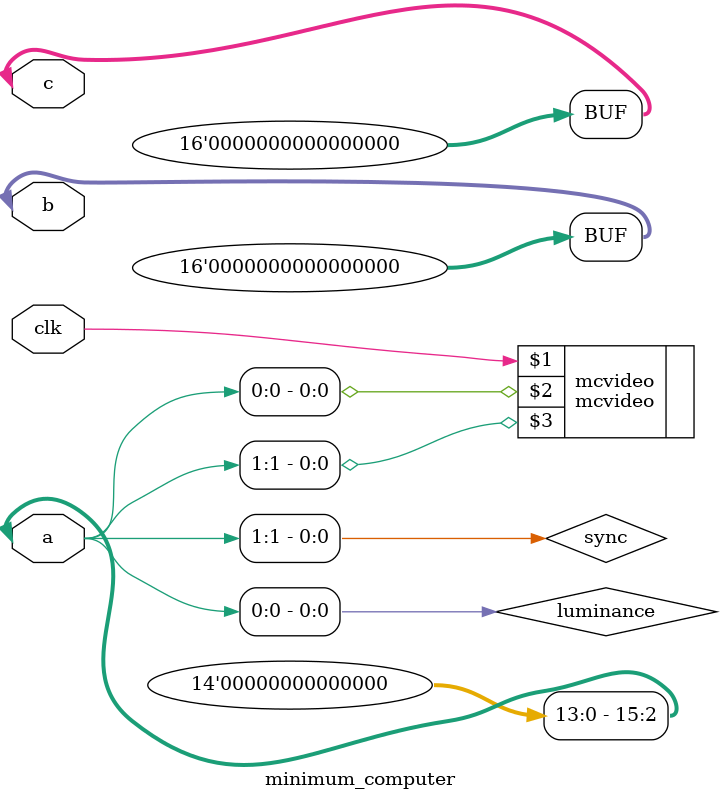
<source format=v>
module minimum_computer (
    inout wire [15:0] a,
    inout wire [15:0] b,
    inout wire [15:0] c,
    input wire clk
);
  wire luminance;
  wire sync;

  mcvideo mcvideo (
      clk,
      luminance,
      sync
  );

  assign a[0] = luminance;
  assign a[1] = sync;
  assign a[15:2] = 0;

  assign b[15:0] = 0;
  assign c[15:0] = 0;
endmodule

</source>
